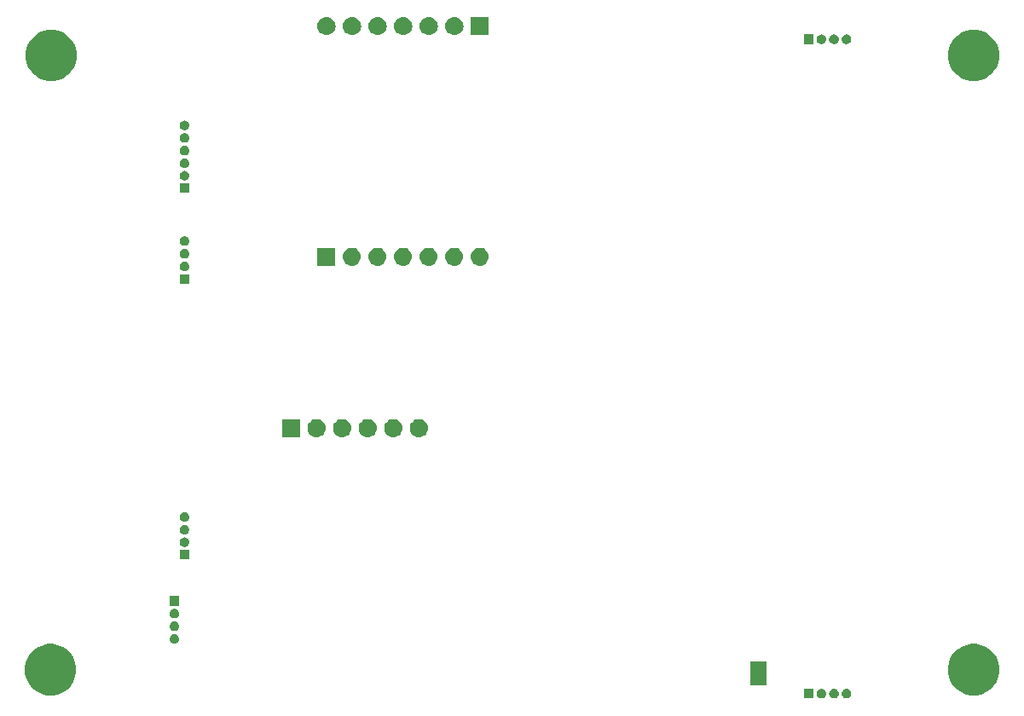
<source format=gbr>
G04 #@! TF.GenerationSoftware,KiCad,Pcbnew,(5.1.2)-2*
G04 #@! TF.CreationDate,2021-05-04T12:01:07-04:00*
G04 #@! TF.ProjectId,Magnetometer_A,4d61676e-6574-46f6-9d65-7465725f412e,rev?*
G04 #@! TF.SameCoordinates,Original*
G04 #@! TF.FileFunction,Soldermask,Bot*
G04 #@! TF.FilePolarity,Negative*
%FSLAX46Y46*%
G04 Gerber Fmt 4.6, Leading zero omitted, Abs format (unit mm)*
G04 Created by KiCad (PCBNEW (5.1.2)-2) date 2021-05-04 12:01:07*
%MOMM*%
%LPD*%
G04 APERTURE LIST*
%ADD10C,0.100000*%
G04 APERTURE END LIST*
D10*
G36*
X118888843Y-107042292D02*
G01*
X118939588Y-107063311D01*
X118975470Y-107078174D01*
X119053432Y-107130267D01*
X119119733Y-107196568D01*
X119171826Y-107274530D01*
X119171826Y-107274531D01*
X119207708Y-107361157D01*
X119226000Y-107453117D01*
X119226000Y-107546883D01*
X119207708Y-107638843D01*
X119198530Y-107661000D01*
X119171826Y-107725470D01*
X119119733Y-107803432D01*
X119053432Y-107869733D01*
X118975470Y-107921826D01*
X118939588Y-107936689D01*
X118888843Y-107957708D01*
X118796883Y-107976000D01*
X118703117Y-107976000D01*
X118611157Y-107957708D01*
X118560412Y-107936689D01*
X118524530Y-107921826D01*
X118446568Y-107869733D01*
X118380267Y-107803432D01*
X118328174Y-107725470D01*
X118301470Y-107661000D01*
X118292292Y-107638843D01*
X118274000Y-107546883D01*
X118274000Y-107453117D01*
X118292292Y-107361157D01*
X118328174Y-107274531D01*
X118328174Y-107274530D01*
X118380267Y-107196568D01*
X118446568Y-107130267D01*
X118524530Y-107078174D01*
X118560412Y-107063311D01*
X118611157Y-107042292D01*
X118703117Y-107024000D01*
X118796883Y-107024000D01*
X118888843Y-107042292D01*
X118888843Y-107042292D01*
G37*
G36*
X117976000Y-107976000D02*
G01*
X117024000Y-107976000D01*
X117024000Y-107024000D01*
X117976000Y-107024000D01*
X117976000Y-107976000D01*
X117976000Y-107976000D01*
G37*
G36*
X121388843Y-107042292D02*
G01*
X121439588Y-107063311D01*
X121475470Y-107078174D01*
X121553432Y-107130267D01*
X121619733Y-107196568D01*
X121671826Y-107274530D01*
X121671826Y-107274531D01*
X121707708Y-107361157D01*
X121726000Y-107453117D01*
X121726000Y-107546883D01*
X121707708Y-107638843D01*
X121698530Y-107661000D01*
X121671826Y-107725470D01*
X121619733Y-107803432D01*
X121553432Y-107869733D01*
X121475470Y-107921826D01*
X121439588Y-107936689D01*
X121388843Y-107957708D01*
X121296883Y-107976000D01*
X121203117Y-107976000D01*
X121111157Y-107957708D01*
X121060412Y-107936689D01*
X121024530Y-107921826D01*
X120946568Y-107869733D01*
X120880267Y-107803432D01*
X120828174Y-107725470D01*
X120801470Y-107661000D01*
X120792292Y-107638843D01*
X120774000Y-107546883D01*
X120774000Y-107453117D01*
X120792292Y-107361157D01*
X120828174Y-107274531D01*
X120828174Y-107274530D01*
X120880267Y-107196568D01*
X120946568Y-107130267D01*
X121024530Y-107078174D01*
X121060412Y-107063311D01*
X121111157Y-107042292D01*
X121203117Y-107024000D01*
X121296883Y-107024000D01*
X121388843Y-107042292D01*
X121388843Y-107042292D01*
G37*
G36*
X120138843Y-107042292D02*
G01*
X120189588Y-107063311D01*
X120225470Y-107078174D01*
X120303432Y-107130267D01*
X120369733Y-107196568D01*
X120421826Y-107274530D01*
X120421826Y-107274531D01*
X120457708Y-107361157D01*
X120476000Y-107453117D01*
X120476000Y-107546883D01*
X120457708Y-107638843D01*
X120448530Y-107661000D01*
X120421826Y-107725470D01*
X120369733Y-107803432D01*
X120303432Y-107869733D01*
X120225470Y-107921826D01*
X120189588Y-107936689D01*
X120138843Y-107957708D01*
X120046883Y-107976000D01*
X119953117Y-107976000D01*
X119861157Y-107957708D01*
X119810412Y-107936689D01*
X119774530Y-107921826D01*
X119696568Y-107869733D01*
X119630267Y-107803432D01*
X119578174Y-107725470D01*
X119551470Y-107661000D01*
X119542292Y-107638843D01*
X119524000Y-107546883D01*
X119524000Y-107453117D01*
X119542292Y-107361157D01*
X119578174Y-107274531D01*
X119578174Y-107274530D01*
X119630267Y-107196568D01*
X119696568Y-107130267D01*
X119774530Y-107078174D01*
X119810412Y-107063311D01*
X119861157Y-107042292D01*
X119953117Y-107024000D01*
X120046883Y-107024000D01*
X120138843Y-107042292D01*
X120138843Y-107042292D01*
G37*
G36*
X42954098Y-102657033D02*
G01*
X43418350Y-102849332D01*
X43418352Y-102849333D01*
X43836168Y-103128509D01*
X44191491Y-103483832D01*
X44470667Y-103901648D01*
X44470668Y-103901650D01*
X44662967Y-104365902D01*
X44761000Y-104858747D01*
X44761000Y-105361253D01*
X44662967Y-105854098D01*
X44470668Y-106318350D01*
X44470667Y-106318352D01*
X44191491Y-106736168D01*
X43836168Y-107091491D01*
X43418352Y-107370667D01*
X43418351Y-107370668D01*
X43418350Y-107370668D01*
X42954098Y-107562967D01*
X42461253Y-107661000D01*
X41958747Y-107661000D01*
X41465902Y-107562967D01*
X41001650Y-107370668D01*
X41001649Y-107370668D01*
X41001648Y-107370667D01*
X40583832Y-107091491D01*
X40228509Y-106736168D01*
X39949333Y-106318352D01*
X39949332Y-106318350D01*
X39757033Y-105854098D01*
X39659000Y-105361253D01*
X39659000Y-104858747D01*
X39757033Y-104365902D01*
X39949332Y-103901650D01*
X39949333Y-103901648D01*
X40228509Y-103483832D01*
X40583832Y-103128509D01*
X41001648Y-102849333D01*
X41001650Y-102849332D01*
X41465902Y-102657033D01*
X41958747Y-102559000D01*
X42461253Y-102559000D01*
X42954098Y-102657033D01*
X42954098Y-102657033D01*
G37*
G36*
X134604098Y-102657033D02*
G01*
X135068350Y-102849332D01*
X135068352Y-102849333D01*
X135486168Y-103128509D01*
X135841491Y-103483832D01*
X136120667Y-103901648D01*
X136120668Y-103901650D01*
X136312967Y-104365902D01*
X136411000Y-104858747D01*
X136411000Y-105361253D01*
X136312967Y-105854098D01*
X136120668Y-106318350D01*
X136120667Y-106318352D01*
X135841491Y-106736168D01*
X135486168Y-107091491D01*
X135068352Y-107370667D01*
X135068351Y-107370668D01*
X135068350Y-107370668D01*
X134604098Y-107562967D01*
X134111253Y-107661000D01*
X133608747Y-107661000D01*
X133115902Y-107562967D01*
X132651650Y-107370668D01*
X132651649Y-107370668D01*
X132651648Y-107370667D01*
X132233832Y-107091491D01*
X131878509Y-106736168D01*
X131599333Y-106318352D01*
X131599332Y-106318350D01*
X131407033Y-105854098D01*
X131309000Y-105361253D01*
X131309000Y-104858747D01*
X131407033Y-104365902D01*
X131599332Y-103901650D01*
X131599333Y-103901648D01*
X131878509Y-103483832D01*
X132233832Y-103128509D01*
X132651648Y-102849333D01*
X132651650Y-102849332D01*
X133115902Y-102657033D01*
X133608747Y-102559000D01*
X134111253Y-102559000D01*
X134604098Y-102657033D01*
X134604098Y-102657033D01*
G37*
G36*
X113301000Y-106701000D02*
G01*
X111699000Y-106701000D01*
X111699000Y-104299000D01*
X113301000Y-104299000D01*
X113301000Y-106701000D01*
X113301000Y-106701000D01*
G37*
G36*
X54638843Y-101592292D02*
G01*
X54689588Y-101613311D01*
X54725470Y-101628174D01*
X54803432Y-101680267D01*
X54869733Y-101746568D01*
X54921826Y-101824530D01*
X54921826Y-101824531D01*
X54957708Y-101911157D01*
X54976000Y-102003117D01*
X54976000Y-102096883D01*
X54957708Y-102188843D01*
X54936689Y-102239588D01*
X54921826Y-102275470D01*
X54869733Y-102353432D01*
X54803432Y-102419733D01*
X54725470Y-102471826D01*
X54689588Y-102486689D01*
X54638843Y-102507708D01*
X54546883Y-102526000D01*
X54453117Y-102526000D01*
X54361157Y-102507708D01*
X54310412Y-102486689D01*
X54274530Y-102471826D01*
X54196568Y-102419733D01*
X54130267Y-102353432D01*
X54078174Y-102275470D01*
X54063311Y-102239588D01*
X54042292Y-102188843D01*
X54024000Y-102096883D01*
X54024000Y-102003117D01*
X54042292Y-101911157D01*
X54078174Y-101824531D01*
X54078174Y-101824530D01*
X54130267Y-101746568D01*
X54196568Y-101680267D01*
X54274530Y-101628174D01*
X54310412Y-101613311D01*
X54361157Y-101592292D01*
X54453117Y-101574000D01*
X54546883Y-101574000D01*
X54638843Y-101592292D01*
X54638843Y-101592292D01*
G37*
G36*
X54638843Y-100342292D02*
G01*
X54689588Y-100363311D01*
X54725470Y-100378174D01*
X54803432Y-100430267D01*
X54869733Y-100496568D01*
X54921826Y-100574530D01*
X54921826Y-100574531D01*
X54957708Y-100661157D01*
X54976000Y-100753117D01*
X54976000Y-100846883D01*
X54957708Y-100938843D01*
X54936689Y-100989588D01*
X54921826Y-101025470D01*
X54869733Y-101103432D01*
X54803432Y-101169733D01*
X54725470Y-101221826D01*
X54689588Y-101236689D01*
X54638843Y-101257708D01*
X54546883Y-101276000D01*
X54453117Y-101276000D01*
X54361157Y-101257708D01*
X54310412Y-101236689D01*
X54274530Y-101221826D01*
X54196568Y-101169733D01*
X54130267Y-101103432D01*
X54078174Y-101025470D01*
X54063311Y-100989588D01*
X54042292Y-100938843D01*
X54024000Y-100846883D01*
X54024000Y-100753117D01*
X54042292Y-100661157D01*
X54078174Y-100574531D01*
X54078174Y-100574530D01*
X54130267Y-100496568D01*
X54196568Y-100430267D01*
X54274530Y-100378174D01*
X54310412Y-100363311D01*
X54361157Y-100342292D01*
X54453117Y-100324000D01*
X54546883Y-100324000D01*
X54638843Y-100342292D01*
X54638843Y-100342292D01*
G37*
G36*
X54638843Y-99092292D02*
G01*
X54689588Y-99113311D01*
X54725470Y-99128174D01*
X54803432Y-99180267D01*
X54869733Y-99246568D01*
X54921826Y-99324530D01*
X54921826Y-99324531D01*
X54957708Y-99411157D01*
X54976000Y-99503117D01*
X54976000Y-99596883D01*
X54957708Y-99688843D01*
X54936689Y-99739588D01*
X54921826Y-99775470D01*
X54869733Y-99853432D01*
X54803432Y-99919733D01*
X54725470Y-99971826D01*
X54689588Y-99986689D01*
X54638843Y-100007708D01*
X54546883Y-100026000D01*
X54453117Y-100026000D01*
X54361157Y-100007708D01*
X54310412Y-99986689D01*
X54274530Y-99971826D01*
X54196568Y-99919733D01*
X54130267Y-99853432D01*
X54078174Y-99775470D01*
X54063311Y-99739588D01*
X54042292Y-99688843D01*
X54024000Y-99596883D01*
X54024000Y-99503117D01*
X54042292Y-99411157D01*
X54078174Y-99324531D01*
X54078174Y-99324530D01*
X54130267Y-99246568D01*
X54196568Y-99180267D01*
X54274530Y-99128174D01*
X54310412Y-99113311D01*
X54361157Y-99092292D01*
X54453117Y-99074000D01*
X54546883Y-99074000D01*
X54638843Y-99092292D01*
X54638843Y-99092292D01*
G37*
G36*
X54976000Y-98776000D02*
G01*
X54024000Y-98776000D01*
X54024000Y-97824000D01*
X54976000Y-97824000D01*
X54976000Y-98776000D01*
X54976000Y-98776000D01*
G37*
G36*
X55976000Y-94176000D02*
G01*
X55024000Y-94176000D01*
X55024000Y-93224000D01*
X55976000Y-93224000D01*
X55976000Y-94176000D01*
X55976000Y-94176000D01*
G37*
G36*
X55638843Y-91992292D02*
G01*
X55689588Y-92013311D01*
X55725470Y-92028174D01*
X55803432Y-92080267D01*
X55869733Y-92146568D01*
X55921826Y-92224530D01*
X55921826Y-92224531D01*
X55957708Y-92311157D01*
X55976000Y-92403117D01*
X55976000Y-92496883D01*
X55957708Y-92588843D01*
X55936689Y-92639588D01*
X55921826Y-92675470D01*
X55869733Y-92753432D01*
X55803432Y-92819733D01*
X55725470Y-92871826D01*
X55689588Y-92886689D01*
X55638843Y-92907708D01*
X55546883Y-92926000D01*
X55453117Y-92926000D01*
X55361157Y-92907708D01*
X55310412Y-92886689D01*
X55274530Y-92871826D01*
X55196568Y-92819733D01*
X55130267Y-92753432D01*
X55078174Y-92675470D01*
X55063311Y-92639588D01*
X55042292Y-92588843D01*
X55024000Y-92496883D01*
X55024000Y-92403117D01*
X55042292Y-92311157D01*
X55078174Y-92224531D01*
X55078174Y-92224530D01*
X55130267Y-92146568D01*
X55196568Y-92080267D01*
X55274530Y-92028174D01*
X55310412Y-92013311D01*
X55361157Y-91992292D01*
X55453117Y-91974000D01*
X55546883Y-91974000D01*
X55638843Y-91992292D01*
X55638843Y-91992292D01*
G37*
G36*
X55638843Y-90742292D02*
G01*
X55689588Y-90763311D01*
X55725470Y-90778174D01*
X55803432Y-90830267D01*
X55869733Y-90896568D01*
X55921826Y-90974530D01*
X55921826Y-90974531D01*
X55957708Y-91061157D01*
X55976000Y-91153117D01*
X55976000Y-91246883D01*
X55957708Y-91338843D01*
X55936689Y-91389588D01*
X55921826Y-91425470D01*
X55869733Y-91503432D01*
X55803432Y-91569733D01*
X55725470Y-91621826D01*
X55689588Y-91636689D01*
X55638843Y-91657708D01*
X55546883Y-91676000D01*
X55453117Y-91676000D01*
X55361157Y-91657708D01*
X55310412Y-91636689D01*
X55274530Y-91621826D01*
X55196568Y-91569733D01*
X55130267Y-91503432D01*
X55078174Y-91425470D01*
X55063311Y-91389588D01*
X55042292Y-91338843D01*
X55024000Y-91246883D01*
X55024000Y-91153117D01*
X55042292Y-91061157D01*
X55078174Y-90974531D01*
X55078174Y-90974530D01*
X55130267Y-90896568D01*
X55196568Y-90830267D01*
X55274530Y-90778174D01*
X55310412Y-90763311D01*
X55361157Y-90742292D01*
X55453117Y-90724000D01*
X55546883Y-90724000D01*
X55638843Y-90742292D01*
X55638843Y-90742292D01*
G37*
G36*
X55638843Y-89492292D02*
G01*
X55689588Y-89513311D01*
X55725470Y-89528174D01*
X55803432Y-89580267D01*
X55869733Y-89646568D01*
X55921826Y-89724530D01*
X55921826Y-89724531D01*
X55957708Y-89811157D01*
X55976000Y-89903117D01*
X55976000Y-89996883D01*
X55957708Y-90088843D01*
X55936689Y-90139588D01*
X55921826Y-90175470D01*
X55869733Y-90253432D01*
X55803432Y-90319733D01*
X55725470Y-90371826D01*
X55689588Y-90386689D01*
X55638843Y-90407708D01*
X55546883Y-90426000D01*
X55453117Y-90426000D01*
X55361157Y-90407708D01*
X55310412Y-90386689D01*
X55274530Y-90371826D01*
X55196568Y-90319733D01*
X55130267Y-90253432D01*
X55078174Y-90175470D01*
X55063311Y-90139588D01*
X55042292Y-90088843D01*
X55024000Y-89996883D01*
X55024000Y-89903117D01*
X55042292Y-89811157D01*
X55078174Y-89724531D01*
X55078174Y-89724530D01*
X55130267Y-89646568D01*
X55196568Y-89580267D01*
X55274530Y-89528174D01*
X55310412Y-89513311D01*
X55361157Y-89492292D01*
X55453117Y-89474000D01*
X55546883Y-89474000D01*
X55638843Y-89492292D01*
X55638843Y-89492292D01*
G37*
G36*
X73820442Y-80235518D02*
G01*
X73886627Y-80242037D01*
X74056466Y-80293557D01*
X74212991Y-80377222D01*
X74248729Y-80406552D01*
X74350186Y-80489814D01*
X74433448Y-80591271D01*
X74462778Y-80627009D01*
X74546443Y-80783534D01*
X74597963Y-80953373D01*
X74615359Y-81130000D01*
X74597963Y-81306627D01*
X74546443Y-81476466D01*
X74462778Y-81632991D01*
X74433448Y-81668729D01*
X74350186Y-81770186D01*
X74248729Y-81853448D01*
X74212991Y-81882778D01*
X74056466Y-81966443D01*
X73886627Y-82017963D01*
X73820443Y-82024481D01*
X73754260Y-82031000D01*
X73665740Y-82031000D01*
X73599557Y-82024481D01*
X73533373Y-82017963D01*
X73363534Y-81966443D01*
X73207009Y-81882778D01*
X73171271Y-81853448D01*
X73069814Y-81770186D01*
X72986552Y-81668729D01*
X72957222Y-81632991D01*
X72873557Y-81476466D01*
X72822037Y-81306627D01*
X72804641Y-81130000D01*
X72822037Y-80953373D01*
X72873557Y-80783534D01*
X72957222Y-80627009D01*
X72986552Y-80591271D01*
X73069814Y-80489814D01*
X73171271Y-80406552D01*
X73207009Y-80377222D01*
X73363534Y-80293557D01*
X73533373Y-80242037D01*
X73599558Y-80235518D01*
X73665740Y-80229000D01*
X73754260Y-80229000D01*
X73820442Y-80235518D01*
X73820442Y-80235518D01*
G37*
G36*
X76360442Y-80235518D02*
G01*
X76426627Y-80242037D01*
X76596466Y-80293557D01*
X76752991Y-80377222D01*
X76788729Y-80406552D01*
X76890186Y-80489814D01*
X76973448Y-80591271D01*
X77002778Y-80627009D01*
X77086443Y-80783534D01*
X77137963Y-80953373D01*
X77155359Y-81130000D01*
X77137963Y-81306627D01*
X77086443Y-81476466D01*
X77002778Y-81632991D01*
X76973448Y-81668729D01*
X76890186Y-81770186D01*
X76788729Y-81853448D01*
X76752991Y-81882778D01*
X76596466Y-81966443D01*
X76426627Y-82017963D01*
X76360443Y-82024481D01*
X76294260Y-82031000D01*
X76205740Y-82031000D01*
X76139557Y-82024481D01*
X76073373Y-82017963D01*
X75903534Y-81966443D01*
X75747009Y-81882778D01*
X75711271Y-81853448D01*
X75609814Y-81770186D01*
X75526552Y-81668729D01*
X75497222Y-81632991D01*
X75413557Y-81476466D01*
X75362037Y-81306627D01*
X75344641Y-81130000D01*
X75362037Y-80953373D01*
X75413557Y-80783534D01*
X75497222Y-80627009D01*
X75526552Y-80591271D01*
X75609814Y-80489814D01*
X75711271Y-80406552D01*
X75747009Y-80377222D01*
X75903534Y-80293557D01*
X76073373Y-80242037D01*
X76139558Y-80235518D01*
X76205740Y-80229000D01*
X76294260Y-80229000D01*
X76360442Y-80235518D01*
X76360442Y-80235518D01*
G37*
G36*
X78900442Y-80235518D02*
G01*
X78966627Y-80242037D01*
X79136466Y-80293557D01*
X79292991Y-80377222D01*
X79328729Y-80406552D01*
X79430186Y-80489814D01*
X79513448Y-80591271D01*
X79542778Y-80627009D01*
X79626443Y-80783534D01*
X79677963Y-80953373D01*
X79695359Y-81130000D01*
X79677963Y-81306627D01*
X79626443Y-81476466D01*
X79542778Y-81632991D01*
X79513448Y-81668729D01*
X79430186Y-81770186D01*
X79328729Y-81853448D01*
X79292991Y-81882778D01*
X79136466Y-81966443D01*
X78966627Y-82017963D01*
X78900443Y-82024481D01*
X78834260Y-82031000D01*
X78745740Y-82031000D01*
X78679557Y-82024481D01*
X78613373Y-82017963D01*
X78443534Y-81966443D01*
X78287009Y-81882778D01*
X78251271Y-81853448D01*
X78149814Y-81770186D01*
X78066552Y-81668729D01*
X78037222Y-81632991D01*
X77953557Y-81476466D01*
X77902037Y-81306627D01*
X77884641Y-81130000D01*
X77902037Y-80953373D01*
X77953557Y-80783534D01*
X78037222Y-80627009D01*
X78066552Y-80591271D01*
X78149814Y-80489814D01*
X78251271Y-80406552D01*
X78287009Y-80377222D01*
X78443534Y-80293557D01*
X78613373Y-80242037D01*
X78679558Y-80235518D01*
X78745740Y-80229000D01*
X78834260Y-80229000D01*
X78900442Y-80235518D01*
X78900442Y-80235518D01*
G37*
G36*
X71280442Y-80235518D02*
G01*
X71346627Y-80242037D01*
X71516466Y-80293557D01*
X71672991Y-80377222D01*
X71708729Y-80406552D01*
X71810186Y-80489814D01*
X71893448Y-80591271D01*
X71922778Y-80627009D01*
X72006443Y-80783534D01*
X72057963Y-80953373D01*
X72075359Y-81130000D01*
X72057963Y-81306627D01*
X72006443Y-81476466D01*
X71922778Y-81632991D01*
X71893448Y-81668729D01*
X71810186Y-81770186D01*
X71708729Y-81853448D01*
X71672991Y-81882778D01*
X71516466Y-81966443D01*
X71346627Y-82017963D01*
X71280443Y-82024481D01*
X71214260Y-82031000D01*
X71125740Y-82031000D01*
X71059557Y-82024481D01*
X70993373Y-82017963D01*
X70823534Y-81966443D01*
X70667009Y-81882778D01*
X70631271Y-81853448D01*
X70529814Y-81770186D01*
X70446552Y-81668729D01*
X70417222Y-81632991D01*
X70333557Y-81476466D01*
X70282037Y-81306627D01*
X70264641Y-81130000D01*
X70282037Y-80953373D01*
X70333557Y-80783534D01*
X70417222Y-80627009D01*
X70446552Y-80591271D01*
X70529814Y-80489814D01*
X70631271Y-80406552D01*
X70667009Y-80377222D01*
X70823534Y-80293557D01*
X70993373Y-80242037D01*
X71059558Y-80235518D01*
X71125740Y-80229000D01*
X71214260Y-80229000D01*
X71280442Y-80235518D01*
X71280442Y-80235518D01*
G37*
G36*
X68740442Y-80235518D02*
G01*
X68806627Y-80242037D01*
X68976466Y-80293557D01*
X69132991Y-80377222D01*
X69168729Y-80406552D01*
X69270186Y-80489814D01*
X69353448Y-80591271D01*
X69382778Y-80627009D01*
X69466443Y-80783534D01*
X69517963Y-80953373D01*
X69535359Y-81130000D01*
X69517963Y-81306627D01*
X69466443Y-81476466D01*
X69382778Y-81632991D01*
X69353448Y-81668729D01*
X69270186Y-81770186D01*
X69168729Y-81853448D01*
X69132991Y-81882778D01*
X68976466Y-81966443D01*
X68806627Y-82017963D01*
X68740443Y-82024481D01*
X68674260Y-82031000D01*
X68585740Y-82031000D01*
X68519557Y-82024481D01*
X68453373Y-82017963D01*
X68283534Y-81966443D01*
X68127009Y-81882778D01*
X68091271Y-81853448D01*
X67989814Y-81770186D01*
X67906552Y-81668729D01*
X67877222Y-81632991D01*
X67793557Y-81476466D01*
X67742037Y-81306627D01*
X67724641Y-81130000D01*
X67742037Y-80953373D01*
X67793557Y-80783534D01*
X67877222Y-80627009D01*
X67906552Y-80591271D01*
X67989814Y-80489814D01*
X68091271Y-80406552D01*
X68127009Y-80377222D01*
X68283534Y-80293557D01*
X68453373Y-80242037D01*
X68519558Y-80235518D01*
X68585740Y-80229000D01*
X68674260Y-80229000D01*
X68740442Y-80235518D01*
X68740442Y-80235518D01*
G37*
G36*
X66991000Y-82031000D02*
G01*
X65189000Y-82031000D01*
X65189000Y-80229000D01*
X66991000Y-80229000D01*
X66991000Y-82031000D01*
X66991000Y-82031000D01*
G37*
G36*
X55976000Y-66776000D02*
G01*
X55024000Y-66776000D01*
X55024000Y-65824000D01*
X55976000Y-65824000D01*
X55976000Y-66776000D01*
X55976000Y-66776000D01*
G37*
G36*
X55638843Y-64592292D02*
G01*
X55664672Y-64602991D01*
X55725470Y-64628174D01*
X55803432Y-64680267D01*
X55869733Y-64746568D01*
X55921826Y-64824530D01*
X55921826Y-64824531D01*
X55957708Y-64911157D01*
X55976000Y-65003117D01*
X55976000Y-65096883D01*
X55957708Y-65188843D01*
X55936689Y-65239588D01*
X55921826Y-65275470D01*
X55869733Y-65353432D01*
X55803432Y-65419733D01*
X55725470Y-65471826D01*
X55689588Y-65486689D01*
X55638843Y-65507708D01*
X55546883Y-65526000D01*
X55453117Y-65526000D01*
X55361157Y-65507708D01*
X55310412Y-65486689D01*
X55274530Y-65471826D01*
X55196568Y-65419733D01*
X55130267Y-65353432D01*
X55078174Y-65275470D01*
X55063311Y-65239588D01*
X55042292Y-65188843D01*
X55024000Y-65096883D01*
X55024000Y-65003117D01*
X55042292Y-64911157D01*
X55078174Y-64824531D01*
X55078174Y-64824530D01*
X55130267Y-64746568D01*
X55196568Y-64680267D01*
X55274530Y-64628174D01*
X55335328Y-64602991D01*
X55361157Y-64592292D01*
X55453117Y-64574000D01*
X55546883Y-64574000D01*
X55638843Y-64592292D01*
X55638843Y-64592292D01*
G37*
G36*
X82390442Y-63205518D02*
G01*
X82456627Y-63212037D01*
X82626466Y-63263557D01*
X82782991Y-63347222D01*
X82818729Y-63376552D01*
X82920186Y-63459814D01*
X83003448Y-63561271D01*
X83032778Y-63597009D01*
X83116443Y-63753534D01*
X83167963Y-63923373D01*
X83185359Y-64100000D01*
X83167963Y-64276627D01*
X83116443Y-64446466D01*
X83032778Y-64602991D01*
X83012111Y-64628174D01*
X82920186Y-64740186D01*
X82818729Y-64823448D01*
X82782991Y-64852778D01*
X82626466Y-64936443D01*
X82456627Y-64987963D01*
X82390443Y-64994481D01*
X82324260Y-65001000D01*
X82235740Y-65001000D01*
X82169557Y-64994481D01*
X82103373Y-64987963D01*
X81933534Y-64936443D01*
X81777009Y-64852778D01*
X81741271Y-64823448D01*
X81639814Y-64740186D01*
X81547889Y-64628174D01*
X81527222Y-64602991D01*
X81443557Y-64446466D01*
X81392037Y-64276627D01*
X81374641Y-64100000D01*
X81392037Y-63923373D01*
X81443557Y-63753534D01*
X81527222Y-63597009D01*
X81556552Y-63561271D01*
X81639814Y-63459814D01*
X81741271Y-63376552D01*
X81777009Y-63347222D01*
X81933534Y-63263557D01*
X82103373Y-63212037D01*
X82169558Y-63205518D01*
X82235740Y-63199000D01*
X82324260Y-63199000D01*
X82390442Y-63205518D01*
X82390442Y-63205518D01*
G37*
G36*
X84930442Y-63205518D02*
G01*
X84996627Y-63212037D01*
X85166466Y-63263557D01*
X85322991Y-63347222D01*
X85358729Y-63376552D01*
X85460186Y-63459814D01*
X85543448Y-63561271D01*
X85572778Y-63597009D01*
X85656443Y-63753534D01*
X85707963Y-63923373D01*
X85725359Y-64100000D01*
X85707963Y-64276627D01*
X85656443Y-64446466D01*
X85572778Y-64602991D01*
X85552111Y-64628174D01*
X85460186Y-64740186D01*
X85358729Y-64823448D01*
X85322991Y-64852778D01*
X85166466Y-64936443D01*
X84996627Y-64987963D01*
X84930443Y-64994481D01*
X84864260Y-65001000D01*
X84775740Y-65001000D01*
X84709557Y-64994481D01*
X84643373Y-64987963D01*
X84473534Y-64936443D01*
X84317009Y-64852778D01*
X84281271Y-64823448D01*
X84179814Y-64740186D01*
X84087889Y-64628174D01*
X84067222Y-64602991D01*
X83983557Y-64446466D01*
X83932037Y-64276627D01*
X83914641Y-64100000D01*
X83932037Y-63923373D01*
X83983557Y-63753534D01*
X84067222Y-63597009D01*
X84096552Y-63561271D01*
X84179814Y-63459814D01*
X84281271Y-63376552D01*
X84317009Y-63347222D01*
X84473534Y-63263557D01*
X84643373Y-63212037D01*
X84709558Y-63205518D01*
X84775740Y-63199000D01*
X84864260Y-63199000D01*
X84930442Y-63205518D01*
X84930442Y-63205518D01*
G37*
G36*
X74770442Y-63205518D02*
G01*
X74836627Y-63212037D01*
X75006466Y-63263557D01*
X75162991Y-63347222D01*
X75198729Y-63376552D01*
X75300186Y-63459814D01*
X75383448Y-63561271D01*
X75412778Y-63597009D01*
X75496443Y-63753534D01*
X75547963Y-63923373D01*
X75565359Y-64100000D01*
X75547963Y-64276627D01*
X75496443Y-64446466D01*
X75412778Y-64602991D01*
X75392111Y-64628174D01*
X75300186Y-64740186D01*
X75198729Y-64823448D01*
X75162991Y-64852778D01*
X75006466Y-64936443D01*
X74836627Y-64987963D01*
X74770443Y-64994481D01*
X74704260Y-65001000D01*
X74615740Y-65001000D01*
X74549557Y-64994481D01*
X74483373Y-64987963D01*
X74313534Y-64936443D01*
X74157009Y-64852778D01*
X74121271Y-64823448D01*
X74019814Y-64740186D01*
X73927889Y-64628174D01*
X73907222Y-64602991D01*
X73823557Y-64446466D01*
X73772037Y-64276627D01*
X73754641Y-64100000D01*
X73772037Y-63923373D01*
X73823557Y-63753534D01*
X73907222Y-63597009D01*
X73936552Y-63561271D01*
X74019814Y-63459814D01*
X74121271Y-63376552D01*
X74157009Y-63347222D01*
X74313534Y-63263557D01*
X74483373Y-63212037D01*
X74549558Y-63205518D01*
X74615740Y-63199000D01*
X74704260Y-63199000D01*
X74770442Y-63205518D01*
X74770442Y-63205518D01*
G37*
G36*
X70481000Y-65001000D02*
G01*
X68679000Y-65001000D01*
X68679000Y-63199000D01*
X70481000Y-63199000D01*
X70481000Y-65001000D01*
X70481000Y-65001000D01*
G37*
G36*
X77310442Y-63205518D02*
G01*
X77376627Y-63212037D01*
X77546466Y-63263557D01*
X77702991Y-63347222D01*
X77738729Y-63376552D01*
X77840186Y-63459814D01*
X77923448Y-63561271D01*
X77952778Y-63597009D01*
X78036443Y-63753534D01*
X78087963Y-63923373D01*
X78105359Y-64100000D01*
X78087963Y-64276627D01*
X78036443Y-64446466D01*
X77952778Y-64602991D01*
X77932111Y-64628174D01*
X77840186Y-64740186D01*
X77738729Y-64823448D01*
X77702991Y-64852778D01*
X77546466Y-64936443D01*
X77376627Y-64987963D01*
X77310443Y-64994481D01*
X77244260Y-65001000D01*
X77155740Y-65001000D01*
X77089557Y-64994481D01*
X77023373Y-64987963D01*
X76853534Y-64936443D01*
X76697009Y-64852778D01*
X76661271Y-64823448D01*
X76559814Y-64740186D01*
X76467889Y-64628174D01*
X76447222Y-64602991D01*
X76363557Y-64446466D01*
X76312037Y-64276627D01*
X76294641Y-64100000D01*
X76312037Y-63923373D01*
X76363557Y-63753534D01*
X76447222Y-63597009D01*
X76476552Y-63561271D01*
X76559814Y-63459814D01*
X76661271Y-63376552D01*
X76697009Y-63347222D01*
X76853534Y-63263557D01*
X77023373Y-63212037D01*
X77089558Y-63205518D01*
X77155740Y-63199000D01*
X77244260Y-63199000D01*
X77310442Y-63205518D01*
X77310442Y-63205518D01*
G37*
G36*
X79850442Y-63205518D02*
G01*
X79916627Y-63212037D01*
X80086466Y-63263557D01*
X80242991Y-63347222D01*
X80278729Y-63376552D01*
X80380186Y-63459814D01*
X80463448Y-63561271D01*
X80492778Y-63597009D01*
X80576443Y-63753534D01*
X80627963Y-63923373D01*
X80645359Y-64100000D01*
X80627963Y-64276627D01*
X80576443Y-64446466D01*
X80492778Y-64602991D01*
X80472111Y-64628174D01*
X80380186Y-64740186D01*
X80278729Y-64823448D01*
X80242991Y-64852778D01*
X80086466Y-64936443D01*
X79916627Y-64987963D01*
X79850443Y-64994481D01*
X79784260Y-65001000D01*
X79695740Y-65001000D01*
X79629557Y-64994481D01*
X79563373Y-64987963D01*
X79393534Y-64936443D01*
X79237009Y-64852778D01*
X79201271Y-64823448D01*
X79099814Y-64740186D01*
X79007889Y-64628174D01*
X78987222Y-64602991D01*
X78903557Y-64446466D01*
X78852037Y-64276627D01*
X78834641Y-64100000D01*
X78852037Y-63923373D01*
X78903557Y-63753534D01*
X78987222Y-63597009D01*
X79016552Y-63561271D01*
X79099814Y-63459814D01*
X79201271Y-63376552D01*
X79237009Y-63347222D01*
X79393534Y-63263557D01*
X79563373Y-63212037D01*
X79629558Y-63205518D01*
X79695740Y-63199000D01*
X79784260Y-63199000D01*
X79850442Y-63205518D01*
X79850442Y-63205518D01*
G37*
G36*
X72230442Y-63205518D02*
G01*
X72296627Y-63212037D01*
X72466466Y-63263557D01*
X72622991Y-63347222D01*
X72658729Y-63376552D01*
X72760186Y-63459814D01*
X72843448Y-63561271D01*
X72872778Y-63597009D01*
X72956443Y-63753534D01*
X73007963Y-63923373D01*
X73025359Y-64100000D01*
X73007963Y-64276627D01*
X72956443Y-64446466D01*
X72872778Y-64602991D01*
X72852111Y-64628174D01*
X72760186Y-64740186D01*
X72658729Y-64823448D01*
X72622991Y-64852778D01*
X72466466Y-64936443D01*
X72296627Y-64987963D01*
X72230443Y-64994481D01*
X72164260Y-65001000D01*
X72075740Y-65001000D01*
X72009557Y-64994481D01*
X71943373Y-64987963D01*
X71773534Y-64936443D01*
X71617009Y-64852778D01*
X71581271Y-64823448D01*
X71479814Y-64740186D01*
X71387889Y-64628174D01*
X71367222Y-64602991D01*
X71283557Y-64446466D01*
X71232037Y-64276627D01*
X71214641Y-64100000D01*
X71232037Y-63923373D01*
X71283557Y-63753534D01*
X71367222Y-63597009D01*
X71396552Y-63561271D01*
X71479814Y-63459814D01*
X71581271Y-63376552D01*
X71617009Y-63347222D01*
X71773534Y-63263557D01*
X71943373Y-63212037D01*
X72009558Y-63205518D01*
X72075740Y-63199000D01*
X72164260Y-63199000D01*
X72230442Y-63205518D01*
X72230442Y-63205518D01*
G37*
G36*
X55638843Y-63342292D02*
G01*
X55689588Y-63363311D01*
X55725470Y-63378174D01*
X55803432Y-63430267D01*
X55869733Y-63496568D01*
X55921826Y-63574530D01*
X55921826Y-63574531D01*
X55957708Y-63661157D01*
X55976000Y-63753117D01*
X55976000Y-63846883D01*
X55957708Y-63938843D01*
X55936689Y-63989588D01*
X55921826Y-64025470D01*
X55869733Y-64103432D01*
X55803432Y-64169733D01*
X55725470Y-64221826D01*
X55689588Y-64236689D01*
X55638843Y-64257708D01*
X55546883Y-64276000D01*
X55453117Y-64276000D01*
X55361157Y-64257708D01*
X55310412Y-64236689D01*
X55274530Y-64221826D01*
X55196568Y-64169733D01*
X55130267Y-64103432D01*
X55078174Y-64025470D01*
X55063311Y-63989588D01*
X55042292Y-63938843D01*
X55024000Y-63846883D01*
X55024000Y-63753117D01*
X55042292Y-63661157D01*
X55078174Y-63574531D01*
X55078174Y-63574530D01*
X55130267Y-63496568D01*
X55196568Y-63430267D01*
X55274530Y-63378174D01*
X55310412Y-63363311D01*
X55361157Y-63342292D01*
X55453117Y-63324000D01*
X55546883Y-63324000D01*
X55638843Y-63342292D01*
X55638843Y-63342292D01*
G37*
G36*
X55638843Y-62092292D02*
G01*
X55689588Y-62113311D01*
X55725470Y-62128174D01*
X55803432Y-62180267D01*
X55869733Y-62246568D01*
X55921826Y-62324530D01*
X55921826Y-62324531D01*
X55957708Y-62411157D01*
X55976000Y-62503117D01*
X55976000Y-62596883D01*
X55957708Y-62688843D01*
X55936689Y-62739588D01*
X55921826Y-62775470D01*
X55869733Y-62853432D01*
X55803432Y-62919733D01*
X55725470Y-62971826D01*
X55689588Y-62986689D01*
X55638843Y-63007708D01*
X55546883Y-63026000D01*
X55453117Y-63026000D01*
X55361157Y-63007708D01*
X55310412Y-62986689D01*
X55274530Y-62971826D01*
X55196568Y-62919733D01*
X55130267Y-62853432D01*
X55078174Y-62775470D01*
X55063311Y-62739588D01*
X55042292Y-62688843D01*
X55024000Y-62596883D01*
X55024000Y-62503117D01*
X55042292Y-62411157D01*
X55078174Y-62324531D01*
X55078174Y-62324530D01*
X55130267Y-62246568D01*
X55196568Y-62180267D01*
X55274530Y-62128174D01*
X55310412Y-62113311D01*
X55361157Y-62092292D01*
X55453117Y-62074000D01*
X55546883Y-62074000D01*
X55638843Y-62092292D01*
X55638843Y-62092292D01*
G37*
G36*
X55976000Y-57776000D02*
G01*
X55024000Y-57776000D01*
X55024000Y-56824000D01*
X55976000Y-56824000D01*
X55976000Y-57776000D01*
X55976000Y-57776000D01*
G37*
G36*
X55638843Y-55592292D02*
G01*
X55689588Y-55613311D01*
X55725470Y-55628174D01*
X55803432Y-55680267D01*
X55869733Y-55746568D01*
X55921826Y-55824530D01*
X55921826Y-55824531D01*
X55957708Y-55911157D01*
X55976000Y-56003117D01*
X55976000Y-56096883D01*
X55957708Y-56188843D01*
X55936689Y-56239588D01*
X55921826Y-56275470D01*
X55869733Y-56353432D01*
X55803432Y-56419733D01*
X55725470Y-56471826D01*
X55689588Y-56486689D01*
X55638843Y-56507708D01*
X55546883Y-56526000D01*
X55453117Y-56526000D01*
X55361157Y-56507708D01*
X55310412Y-56486689D01*
X55274530Y-56471826D01*
X55196568Y-56419733D01*
X55130267Y-56353432D01*
X55078174Y-56275470D01*
X55063311Y-56239588D01*
X55042292Y-56188843D01*
X55024000Y-56096883D01*
X55024000Y-56003117D01*
X55042292Y-55911157D01*
X55078174Y-55824531D01*
X55078174Y-55824530D01*
X55130267Y-55746568D01*
X55196568Y-55680267D01*
X55274530Y-55628174D01*
X55310412Y-55613311D01*
X55361157Y-55592292D01*
X55453117Y-55574000D01*
X55546883Y-55574000D01*
X55638843Y-55592292D01*
X55638843Y-55592292D01*
G37*
G36*
X55638843Y-54342292D02*
G01*
X55689588Y-54363311D01*
X55725470Y-54378174D01*
X55803432Y-54430267D01*
X55869733Y-54496568D01*
X55921826Y-54574530D01*
X55921826Y-54574531D01*
X55957708Y-54661157D01*
X55976000Y-54753117D01*
X55976000Y-54846883D01*
X55957708Y-54938843D01*
X55936689Y-54989588D01*
X55921826Y-55025470D01*
X55869733Y-55103432D01*
X55803432Y-55169733D01*
X55725470Y-55221826D01*
X55689588Y-55236689D01*
X55638843Y-55257708D01*
X55546883Y-55276000D01*
X55453117Y-55276000D01*
X55361157Y-55257708D01*
X55310412Y-55236689D01*
X55274530Y-55221826D01*
X55196568Y-55169733D01*
X55130267Y-55103432D01*
X55078174Y-55025470D01*
X55063311Y-54989588D01*
X55042292Y-54938843D01*
X55024000Y-54846883D01*
X55024000Y-54753117D01*
X55042292Y-54661157D01*
X55078174Y-54574531D01*
X55078174Y-54574530D01*
X55130267Y-54496568D01*
X55196568Y-54430267D01*
X55274530Y-54378174D01*
X55310412Y-54363311D01*
X55361157Y-54342292D01*
X55453117Y-54324000D01*
X55546883Y-54324000D01*
X55638843Y-54342292D01*
X55638843Y-54342292D01*
G37*
G36*
X55638843Y-53092292D02*
G01*
X55689588Y-53113311D01*
X55725470Y-53128174D01*
X55803432Y-53180267D01*
X55869733Y-53246568D01*
X55921826Y-53324530D01*
X55921826Y-53324531D01*
X55957708Y-53411157D01*
X55976000Y-53503117D01*
X55976000Y-53596883D01*
X55957708Y-53688843D01*
X55936689Y-53739588D01*
X55921826Y-53775470D01*
X55869733Y-53853432D01*
X55803432Y-53919733D01*
X55725470Y-53971826D01*
X55689588Y-53986689D01*
X55638843Y-54007708D01*
X55546883Y-54026000D01*
X55453117Y-54026000D01*
X55361157Y-54007708D01*
X55310412Y-53986689D01*
X55274530Y-53971826D01*
X55196568Y-53919733D01*
X55130267Y-53853432D01*
X55078174Y-53775470D01*
X55063311Y-53739588D01*
X55042292Y-53688843D01*
X55024000Y-53596883D01*
X55024000Y-53503117D01*
X55042292Y-53411157D01*
X55078174Y-53324531D01*
X55078174Y-53324530D01*
X55130267Y-53246568D01*
X55196568Y-53180267D01*
X55274530Y-53128174D01*
X55310412Y-53113311D01*
X55361157Y-53092292D01*
X55453117Y-53074000D01*
X55546883Y-53074000D01*
X55638843Y-53092292D01*
X55638843Y-53092292D01*
G37*
G36*
X55638843Y-51842292D02*
G01*
X55689588Y-51863311D01*
X55725470Y-51878174D01*
X55803432Y-51930267D01*
X55869733Y-51996568D01*
X55921826Y-52074530D01*
X55921826Y-52074531D01*
X55957708Y-52161157D01*
X55976000Y-52253117D01*
X55976000Y-52346883D01*
X55957708Y-52438843D01*
X55936689Y-52489588D01*
X55921826Y-52525470D01*
X55869733Y-52603432D01*
X55803432Y-52669733D01*
X55725470Y-52721826D01*
X55689588Y-52736689D01*
X55638843Y-52757708D01*
X55546883Y-52776000D01*
X55453117Y-52776000D01*
X55361157Y-52757708D01*
X55310412Y-52736689D01*
X55274530Y-52721826D01*
X55196568Y-52669733D01*
X55130267Y-52603432D01*
X55078174Y-52525470D01*
X55063311Y-52489588D01*
X55042292Y-52438843D01*
X55024000Y-52346883D01*
X55024000Y-52253117D01*
X55042292Y-52161157D01*
X55078174Y-52074531D01*
X55078174Y-52074530D01*
X55130267Y-51996568D01*
X55196568Y-51930267D01*
X55274530Y-51878174D01*
X55310412Y-51863311D01*
X55361157Y-51842292D01*
X55453117Y-51824000D01*
X55546883Y-51824000D01*
X55638843Y-51842292D01*
X55638843Y-51842292D01*
G37*
G36*
X55638843Y-50592292D02*
G01*
X55689588Y-50613311D01*
X55725470Y-50628174D01*
X55803432Y-50680267D01*
X55869733Y-50746568D01*
X55921826Y-50824530D01*
X55921826Y-50824531D01*
X55957708Y-50911157D01*
X55976000Y-51003117D01*
X55976000Y-51096883D01*
X55957708Y-51188843D01*
X55936689Y-51239588D01*
X55921826Y-51275470D01*
X55869733Y-51353432D01*
X55803432Y-51419733D01*
X55725470Y-51471826D01*
X55689588Y-51486689D01*
X55638843Y-51507708D01*
X55546883Y-51526000D01*
X55453117Y-51526000D01*
X55361157Y-51507708D01*
X55310412Y-51486689D01*
X55274530Y-51471826D01*
X55196568Y-51419733D01*
X55130267Y-51353432D01*
X55078174Y-51275470D01*
X55063311Y-51239588D01*
X55042292Y-51188843D01*
X55024000Y-51096883D01*
X55024000Y-51003117D01*
X55042292Y-50911157D01*
X55078174Y-50824531D01*
X55078174Y-50824530D01*
X55130267Y-50746568D01*
X55196568Y-50680267D01*
X55274530Y-50628174D01*
X55310412Y-50613311D01*
X55361157Y-50592292D01*
X55453117Y-50574000D01*
X55546883Y-50574000D01*
X55638843Y-50592292D01*
X55638843Y-50592292D01*
G37*
G36*
X43004098Y-41657033D02*
G01*
X43422127Y-41830186D01*
X43468352Y-41849333D01*
X43886168Y-42128509D01*
X44241491Y-42483832D01*
X44455041Y-42803432D01*
X44520668Y-42901650D01*
X44712967Y-43365902D01*
X44811000Y-43858747D01*
X44811000Y-44361253D01*
X44712967Y-44854098D01*
X44520668Y-45318350D01*
X44520667Y-45318352D01*
X44241491Y-45736168D01*
X43886168Y-46091491D01*
X43468352Y-46370667D01*
X43468351Y-46370668D01*
X43468350Y-46370668D01*
X43004098Y-46562967D01*
X42511253Y-46661000D01*
X42008747Y-46661000D01*
X41515902Y-46562967D01*
X41051650Y-46370668D01*
X41051649Y-46370668D01*
X41051648Y-46370667D01*
X40633832Y-46091491D01*
X40278509Y-45736168D01*
X39999333Y-45318352D01*
X39999332Y-45318350D01*
X39807033Y-44854098D01*
X39709000Y-44361253D01*
X39709000Y-43858747D01*
X39807033Y-43365902D01*
X39999332Y-42901650D01*
X40064959Y-42803432D01*
X40278509Y-42483832D01*
X40633832Y-42128509D01*
X41051648Y-41849333D01*
X41097873Y-41830186D01*
X41515902Y-41657033D01*
X42008747Y-41559000D01*
X42511253Y-41559000D01*
X43004098Y-41657033D01*
X43004098Y-41657033D01*
G37*
G36*
X134604098Y-41657033D02*
G01*
X135022127Y-41830186D01*
X135068352Y-41849333D01*
X135486168Y-42128509D01*
X135841491Y-42483832D01*
X136055041Y-42803432D01*
X136120668Y-42901650D01*
X136312967Y-43365902D01*
X136411000Y-43858747D01*
X136411000Y-44361253D01*
X136312967Y-44854098D01*
X136120668Y-45318350D01*
X136120667Y-45318352D01*
X135841491Y-45736168D01*
X135486168Y-46091491D01*
X135068352Y-46370667D01*
X135068351Y-46370668D01*
X135068350Y-46370668D01*
X134604098Y-46562967D01*
X134111253Y-46661000D01*
X133608747Y-46661000D01*
X133115902Y-46562967D01*
X132651650Y-46370668D01*
X132651649Y-46370668D01*
X132651648Y-46370667D01*
X132233832Y-46091491D01*
X131878509Y-45736168D01*
X131599333Y-45318352D01*
X131599332Y-45318350D01*
X131407033Y-44854098D01*
X131309000Y-44361253D01*
X131309000Y-43858747D01*
X131407033Y-43365902D01*
X131599332Y-42901650D01*
X131664959Y-42803432D01*
X131878509Y-42483832D01*
X132233832Y-42128509D01*
X132651648Y-41849333D01*
X132697873Y-41830186D01*
X133115902Y-41657033D01*
X133608747Y-41559000D01*
X134111253Y-41559000D01*
X134604098Y-41657033D01*
X134604098Y-41657033D01*
G37*
G36*
X120138843Y-42042292D02*
G01*
X120189588Y-42063311D01*
X120225470Y-42078174D01*
X120303432Y-42130267D01*
X120369733Y-42196568D01*
X120421826Y-42274530D01*
X120421826Y-42274531D01*
X120457708Y-42361157D01*
X120476000Y-42453117D01*
X120476000Y-42546883D01*
X120457708Y-42638843D01*
X120436689Y-42689588D01*
X120421826Y-42725470D01*
X120369733Y-42803432D01*
X120303432Y-42869733D01*
X120225470Y-42921826D01*
X120189588Y-42936689D01*
X120138843Y-42957708D01*
X120046883Y-42976000D01*
X119953117Y-42976000D01*
X119861157Y-42957708D01*
X119810412Y-42936689D01*
X119774530Y-42921826D01*
X119696568Y-42869733D01*
X119630267Y-42803432D01*
X119578174Y-42725470D01*
X119563311Y-42689588D01*
X119542292Y-42638843D01*
X119524000Y-42546883D01*
X119524000Y-42453117D01*
X119542292Y-42361157D01*
X119578174Y-42274531D01*
X119578174Y-42274530D01*
X119630267Y-42196568D01*
X119696568Y-42130267D01*
X119774530Y-42078174D01*
X119810412Y-42063311D01*
X119861157Y-42042292D01*
X119953117Y-42024000D01*
X120046883Y-42024000D01*
X120138843Y-42042292D01*
X120138843Y-42042292D01*
G37*
G36*
X117976000Y-42976000D02*
G01*
X117024000Y-42976000D01*
X117024000Y-42024000D01*
X117976000Y-42024000D01*
X117976000Y-42976000D01*
X117976000Y-42976000D01*
G37*
G36*
X121388843Y-42042292D02*
G01*
X121439588Y-42063311D01*
X121475470Y-42078174D01*
X121553432Y-42130267D01*
X121619733Y-42196568D01*
X121671826Y-42274530D01*
X121671826Y-42274531D01*
X121707708Y-42361157D01*
X121726000Y-42453117D01*
X121726000Y-42546883D01*
X121707708Y-42638843D01*
X121686689Y-42689588D01*
X121671826Y-42725470D01*
X121619733Y-42803432D01*
X121553432Y-42869733D01*
X121475470Y-42921826D01*
X121439588Y-42936689D01*
X121388843Y-42957708D01*
X121296883Y-42976000D01*
X121203117Y-42976000D01*
X121111157Y-42957708D01*
X121060412Y-42936689D01*
X121024530Y-42921826D01*
X120946568Y-42869733D01*
X120880267Y-42803432D01*
X120828174Y-42725470D01*
X120813311Y-42689588D01*
X120792292Y-42638843D01*
X120774000Y-42546883D01*
X120774000Y-42453117D01*
X120792292Y-42361157D01*
X120828174Y-42274531D01*
X120828174Y-42274530D01*
X120880267Y-42196568D01*
X120946568Y-42130267D01*
X121024530Y-42078174D01*
X121060412Y-42063311D01*
X121111157Y-42042292D01*
X121203117Y-42024000D01*
X121296883Y-42024000D01*
X121388843Y-42042292D01*
X121388843Y-42042292D01*
G37*
G36*
X118888843Y-42042292D02*
G01*
X118939588Y-42063311D01*
X118975470Y-42078174D01*
X119053432Y-42130267D01*
X119119733Y-42196568D01*
X119171826Y-42274530D01*
X119171826Y-42274531D01*
X119207708Y-42361157D01*
X119226000Y-42453117D01*
X119226000Y-42546883D01*
X119207708Y-42638843D01*
X119186689Y-42689588D01*
X119171826Y-42725470D01*
X119119733Y-42803432D01*
X119053432Y-42869733D01*
X118975470Y-42921826D01*
X118939588Y-42936689D01*
X118888843Y-42957708D01*
X118796883Y-42976000D01*
X118703117Y-42976000D01*
X118611157Y-42957708D01*
X118560412Y-42936689D01*
X118524530Y-42921826D01*
X118446568Y-42869733D01*
X118380267Y-42803432D01*
X118328174Y-42725470D01*
X118313311Y-42689588D01*
X118292292Y-42638843D01*
X118274000Y-42546883D01*
X118274000Y-42453117D01*
X118292292Y-42361157D01*
X118328174Y-42274531D01*
X118328174Y-42274530D01*
X118380267Y-42196568D01*
X118446568Y-42130267D01*
X118524530Y-42078174D01*
X118560412Y-42063311D01*
X118611157Y-42042292D01*
X118703117Y-42024000D01*
X118796883Y-42024000D01*
X118888843Y-42042292D01*
X118888843Y-42042292D01*
G37*
G36*
X69710442Y-40295518D02*
G01*
X69776627Y-40302037D01*
X69946466Y-40353557D01*
X70102991Y-40437222D01*
X70138729Y-40466552D01*
X70240186Y-40549814D01*
X70323448Y-40651271D01*
X70352778Y-40687009D01*
X70436443Y-40843534D01*
X70487963Y-41013373D01*
X70505359Y-41190000D01*
X70487963Y-41366627D01*
X70436443Y-41536466D01*
X70352778Y-41692991D01*
X70323448Y-41728729D01*
X70240186Y-41830186D01*
X70138729Y-41913448D01*
X70102991Y-41942778D01*
X70102989Y-41942779D01*
X69951037Y-42024000D01*
X69946466Y-42026443D01*
X69776627Y-42077963D01*
X69710442Y-42084482D01*
X69644260Y-42091000D01*
X69555740Y-42091000D01*
X69489558Y-42084482D01*
X69423373Y-42077963D01*
X69253534Y-42026443D01*
X69248964Y-42024000D01*
X69097011Y-41942779D01*
X69097009Y-41942778D01*
X69061271Y-41913448D01*
X68959814Y-41830186D01*
X68876552Y-41728729D01*
X68847222Y-41692991D01*
X68763557Y-41536466D01*
X68712037Y-41366627D01*
X68694641Y-41190000D01*
X68712037Y-41013373D01*
X68763557Y-40843534D01*
X68847222Y-40687009D01*
X68876552Y-40651271D01*
X68959814Y-40549814D01*
X69061271Y-40466552D01*
X69097009Y-40437222D01*
X69253534Y-40353557D01*
X69423373Y-40302037D01*
X69489558Y-40295518D01*
X69555740Y-40289000D01*
X69644260Y-40289000D01*
X69710442Y-40295518D01*
X69710442Y-40295518D01*
G37*
G36*
X72250442Y-40295518D02*
G01*
X72316627Y-40302037D01*
X72486466Y-40353557D01*
X72642991Y-40437222D01*
X72678729Y-40466552D01*
X72780186Y-40549814D01*
X72863448Y-40651271D01*
X72892778Y-40687009D01*
X72976443Y-40843534D01*
X73027963Y-41013373D01*
X73045359Y-41190000D01*
X73027963Y-41366627D01*
X72976443Y-41536466D01*
X72892778Y-41692991D01*
X72863448Y-41728729D01*
X72780186Y-41830186D01*
X72678729Y-41913448D01*
X72642991Y-41942778D01*
X72642989Y-41942779D01*
X72491037Y-42024000D01*
X72486466Y-42026443D01*
X72316627Y-42077963D01*
X72250442Y-42084482D01*
X72184260Y-42091000D01*
X72095740Y-42091000D01*
X72029558Y-42084482D01*
X71963373Y-42077963D01*
X71793534Y-42026443D01*
X71788964Y-42024000D01*
X71637011Y-41942779D01*
X71637009Y-41942778D01*
X71601271Y-41913448D01*
X71499814Y-41830186D01*
X71416552Y-41728729D01*
X71387222Y-41692991D01*
X71303557Y-41536466D01*
X71252037Y-41366627D01*
X71234641Y-41190000D01*
X71252037Y-41013373D01*
X71303557Y-40843534D01*
X71387222Y-40687009D01*
X71416552Y-40651271D01*
X71499814Y-40549814D01*
X71601271Y-40466552D01*
X71637009Y-40437222D01*
X71793534Y-40353557D01*
X71963373Y-40302037D01*
X72029558Y-40295518D01*
X72095740Y-40289000D01*
X72184260Y-40289000D01*
X72250442Y-40295518D01*
X72250442Y-40295518D01*
G37*
G36*
X74790442Y-40295518D02*
G01*
X74856627Y-40302037D01*
X75026466Y-40353557D01*
X75182991Y-40437222D01*
X75218729Y-40466552D01*
X75320186Y-40549814D01*
X75403448Y-40651271D01*
X75432778Y-40687009D01*
X75516443Y-40843534D01*
X75567963Y-41013373D01*
X75585359Y-41190000D01*
X75567963Y-41366627D01*
X75516443Y-41536466D01*
X75432778Y-41692991D01*
X75403448Y-41728729D01*
X75320186Y-41830186D01*
X75218729Y-41913448D01*
X75182991Y-41942778D01*
X75182989Y-41942779D01*
X75031037Y-42024000D01*
X75026466Y-42026443D01*
X74856627Y-42077963D01*
X74790442Y-42084482D01*
X74724260Y-42091000D01*
X74635740Y-42091000D01*
X74569558Y-42084482D01*
X74503373Y-42077963D01*
X74333534Y-42026443D01*
X74328964Y-42024000D01*
X74177011Y-41942779D01*
X74177009Y-41942778D01*
X74141271Y-41913448D01*
X74039814Y-41830186D01*
X73956552Y-41728729D01*
X73927222Y-41692991D01*
X73843557Y-41536466D01*
X73792037Y-41366627D01*
X73774641Y-41190000D01*
X73792037Y-41013373D01*
X73843557Y-40843534D01*
X73927222Y-40687009D01*
X73956552Y-40651271D01*
X74039814Y-40549814D01*
X74141271Y-40466552D01*
X74177009Y-40437222D01*
X74333534Y-40353557D01*
X74503373Y-40302037D01*
X74569558Y-40295518D01*
X74635740Y-40289000D01*
X74724260Y-40289000D01*
X74790442Y-40295518D01*
X74790442Y-40295518D01*
G37*
G36*
X85741000Y-42091000D02*
G01*
X83939000Y-42091000D01*
X83939000Y-40289000D01*
X85741000Y-40289000D01*
X85741000Y-42091000D01*
X85741000Y-42091000D01*
G37*
G36*
X77330442Y-40295518D02*
G01*
X77396627Y-40302037D01*
X77566466Y-40353557D01*
X77722991Y-40437222D01*
X77758729Y-40466552D01*
X77860186Y-40549814D01*
X77943448Y-40651271D01*
X77972778Y-40687009D01*
X78056443Y-40843534D01*
X78107963Y-41013373D01*
X78125359Y-41190000D01*
X78107963Y-41366627D01*
X78056443Y-41536466D01*
X77972778Y-41692991D01*
X77943448Y-41728729D01*
X77860186Y-41830186D01*
X77758729Y-41913448D01*
X77722991Y-41942778D01*
X77722989Y-41942779D01*
X77571037Y-42024000D01*
X77566466Y-42026443D01*
X77396627Y-42077963D01*
X77330442Y-42084482D01*
X77264260Y-42091000D01*
X77175740Y-42091000D01*
X77109558Y-42084482D01*
X77043373Y-42077963D01*
X76873534Y-42026443D01*
X76868964Y-42024000D01*
X76717011Y-41942779D01*
X76717009Y-41942778D01*
X76681271Y-41913448D01*
X76579814Y-41830186D01*
X76496552Y-41728729D01*
X76467222Y-41692991D01*
X76383557Y-41536466D01*
X76332037Y-41366627D01*
X76314641Y-41190000D01*
X76332037Y-41013373D01*
X76383557Y-40843534D01*
X76467222Y-40687009D01*
X76496552Y-40651271D01*
X76579814Y-40549814D01*
X76681271Y-40466552D01*
X76717009Y-40437222D01*
X76873534Y-40353557D01*
X77043373Y-40302037D01*
X77109558Y-40295518D01*
X77175740Y-40289000D01*
X77264260Y-40289000D01*
X77330442Y-40295518D01*
X77330442Y-40295518D01*
G37*
G36*
X79870442Y-40295518D02*
G01*
X79936627Y-40302037D01*
X80106466Y-40353557D01*
X80262991Y-40437222D01*
X80298729Y-40466552D01*
X80400186Y-40549814D01*
X80483448Y-40651271D01*
X80512778Y-40687009D01*
X80596443Y-40843534D01*
X80647963Y-41013373D01*
X80665359Y-41190000D01*
X80647963Y-41366627D01*
X80596443Y-41536466D01*
X80512778Y-41692991D01*
X80483448Y-41728729D01*
X80400186Y-41830186D01*
X80298729Y-41913448D01*
X80262991Y-41942778D01*
X80262989Y-41942779D01*
X80111037Y-42024000D01*
X80106466Y-42026443D01*
X79936627Y-42077963D01*
X79870442Y-42084482D01*
X79804260Y-42091000D01*
X79715740Y-42091000D01*
X79649558Y-42084482D01*
X79583373Y-42077963D01*
X79413534Y-42026443D01*
X79408964Y-42024000D01*
X79257011Y-41942779D01*
X79257009Y-41942778D01*
X79221271Y-41913448D01*
X79119814Y-41830186D01*
X79036552Y-41728729D01*
X79007222Y-41692991D01*
X78923557Y-41536466D01*
X78872037Y-41366627D01*
X78854641Y-41190000D01*
X78872037Y-41013373D01*
X78923557Y-40843534D01*
X79007222Y-40687009D01*
X79036552Y-40651271D01*
X79119814Y-40549814D01*
X79221271Y-40466552D01*
X79257009Y-40437222D01*
X79413534Y-40353557D01*
X79583373Y-40302037D01*
X79649558Y-40295518D01*
X79715740Y-40289000D01*
X79804260Y-40289000D01*
X79870442Y-40295518D01*
X79870442Y-40295518D01*
G37*
G36*
X82410442Y-40295518D02*
G01*
X82476627Y-40302037D01*
X82646466Y-40353557D01*
X82802991Y-40437222D01*
X82838729Y-40466552D01*
X82940186Y-40549814D01*
X83023448Y-40651271D01*
X83052778Y-40687009D01*
X83136443Y-40843534D01*
X83187963Y-41013373D01*
X83205359Y-41190000D01*
X83187963Y-41366627D01*
X83136443Y-41536466D01*
X83052778Y-41692991D01*
X83023448Y-41728729D01*
X82940186Y-41830186D01*
X82838729Y-41913448D01*
X82802991Y-41942778D01*
X82802989Y-41942779D01*
X82651037Y-42024000D01*
X82646466Y-42026443D01*
X82476627Y-42077963D01*
X82410442Y-42084482D01*
X82344260Y-42091000D01*
X82255740Y-42091000D01*
X82189558Y-42084482D01*
X82123373Y-42077963D01*
X81953534Y-42026443D01*
X81948964Y-42024000D01*
X81797011Y-41942779D01*
X81797009Y-41942778D01*
X81761271Y-41913448D01*
X81659814Y-41830186D01*
X81576552Y-41728729D01*
X81547222Y-41692991D01*
X81463557Y-41536466D01*
X81412037Y-41366627D01*
X81394641Y-41190000D01*
X81412037Y-41013373D01*
X81463557Y-40843534D01*
X81547222Y-40687009D01*
X81576552Y-40651271D01*
X81659814Y-40549814D01*
X81761271Y-40466552D01*
X81797009Y-40437222D01*
X81953534Y-40353557D01*
X82123373Y-40302037D01*
X82189558Y-40295518D01*
X82255740Y-40289000D01*
X82344260Y-40289000D01*
X82410442Y-40295518D01*
X82410442Y-40295518D01*
G37*
M02*

</source>
